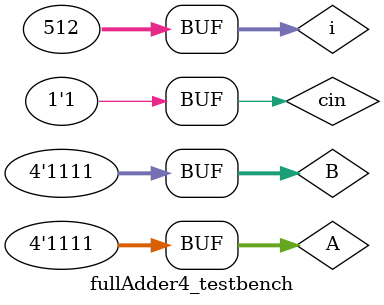
<source format=sv>


module fullAdder4 (A, B, cin, sum, cout);

	input logic [3:0] A;			// given input: 4-bits number
	input logic [3:0] B;			// given input: 4-bits number
	input logic cin;				// given input: 1-bit number
	
	output logic [3:0] sum;		// outcome: 4-bits number
	output logic cout;			// outcome: 1-bits number
	
	logic c0;	// cout of first digit of two binary number sum A and B
	logic c1;	// cout of second digit of two binary number sum A and B
	logic c2;	// cout of third digit of two binary number sum A and B
	
	fullAdder FA0 (.A(A[0]), .B(B[0]), .cin(cin), .sum(sum[0]), .cout(c0));
	fullAdder FA1 (.A(A[1]), .B(B[1]), .cin(c0), .sum(sum[1]), .cout(c1));
	fullAdder FA2 (.A(A[2]), .B(B[2]), .cin(c1), .sum(sum[2]), .cout(c2));
	fullAdder FA3 (.A(A[3]), .B(B[3]), .cin(c2), .sum(sum[3]), .cout(cout));

endmodule


module fullAdder4_testbench();

	logic [3:0] A;
	logic [3:0] B;
	logic cin;
	
	logic [3:0] sum;
	logic cout;

	fullAdder4 dut (.A(A), .B(B), .cin(cin), .sum(sum), .cout(cout));
	
	integer i;
	
	initial begin
	
		for (i=0; i<2**9; i++) begin
		
			{A, B, cin} = i; #10;	// create all the posiible cases (2^9) of combination of A, B and cin
			
		end
		
	end
	
endmodule	
</source>
